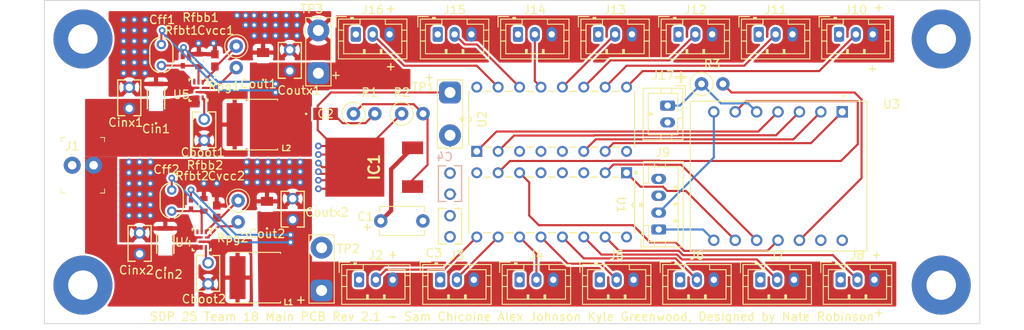
<source format=kicad_pcb>
(kicad_pcb (version 20221018) (generator pcbnew)
  (title_block (title "SDP25 Team18 Main PCB") (date "2024-11-19") (rev "2.1") (company "UMass Amherst") (comment 1 "Designed by Nathan Robinson") (comment 2 "Sam Chicoine") (comment 3 "Alex Johnson") (comment 4 "Kyle Greenwood"))
  (layers (0 "F.Cu" signal) (1 "In1.Cu" power "Power.Cu") (2 "In2.Cu" power "GND.Cu") (31 "B.Cu" signal) (34 "B.Paste" user) (35 "F.Paste" user) (36 "B.SilkS" user "B.Silkscreen") (37 "F.SilkS" user "F.Silkscreen") (38 "B.Mask" user) (39 "F.Mask" user) (44 "Edge.Cuts" user))
  (net 0 "")
  (net 1 "/Vin")
  (net 2 "GND")
  (net 3 "/Vout3")
  (net 4 "Net-(U5-BST)")
  (net 5 "/SW1")
  (net 6 "Net-(U4-BST)")
  (net 7 "/SW2")
  (net 8 "Net-(U5-FB)")
  (net 9 "/Vout2")
  (net 10 "Net-(U4-FB)")
  (net 11 "Net-(U5-VCC)")
  (net 12 "Net-(U4-VCC)")
  (net 13 "Net-(IC1-ADJ)")
  (net 14 "Net-(U1-E)")
  (net 15 "Net-(U1-D)")
  (net 16 "Net-(U1-C)")
  (net 17 "Net-(U1-B)")
  (net 18 "Net-(U1-A)")
  (net 19 "Net-(U1-G)")
  (net 20 "Net-(U1-F)")
  (net 21 "Net-(U2-E)")
  (net 22 "Net-(U2-D)")
  (net 23 "Net-(U2-C)")
  (net 24 "Net-(U2-B)")
  (net 25 "Net-(U2-A)")
  (net 26 "Net-(U2-G)")
  (net 27 "Net-(U2-F)")
  (net 28 "Net-(U3-VCC_3V3)")
  (net 29 "Net-(U3-D4)")
  (net 30 "Net-(U5-SS)")
  (net 31 "Net-(U4-SS)")
  (net 32 "Net-(U1-D1)")
  (net 33 "Net-(U1-D2)")
  (net 34 "Net-(U1-D3)")
  (net 35 "Net-(U1-D0)")
  (net 36 "Net-(U2-D1)")
  (net 37 "Net-(U2-D2)")
  (net 38 "Net-(U2-D3)")
  (net 39 "Net-(U2-D0)")
  (net 40 "Net-(U3-TX_D6)")
  (net 41 "/Vout1")
  (net 42 "Net-(U3-RX_D7)")
  (net 44 "unconnected-(U5-EN-Pad3)")
  (footprint "Connector_JST:JST_PH_B4B-PH-K_1x04_P2.00mm_Vertical" (layer "F.Cu") (at 167.64 92.456 90)
    (fp_text reference "J9")
    (fp_text value "Radar Conn")
  )
  (footprint "VLS6045EX_1R0N:IND_VLS6045EX-1R0N" (layer "F.Cu") (at 119.419 80.01)
    (fp_text reference "L2")
    (fp_text value "1uH")
  )
  (footprint "FG18X7R1H104KNT00:CAP_FG18_TDK" (layer "F.Cu") (at 114.173 98.913 90)
    (fp_text reference "Cboot2")
    (fp_text value "0.1uF")
  )
  (footprint "GRM21BR61A226ME44L:CAP_GRM21B_MUR" (layer "F.Cu") (at 128.1049 78.74)
    (fp_text reference "C2")
    (fp_text value "22uF")
  )
  (footprint "RC0603FR_0730KL:RES_RC0603_YAG" (layer "F.Cu") (at 113.665 89.535 90)
    (fp_text reference "Rfbb2")
    (fp_text value "30k")
  )
  (footprint "digikey-footprints:PinHeader_1x2_P2.54mm_Drill1.02mm" (layer "F.Cu") (at 100.584 84.836 180)
    (fp_text reference "J1")
    (fp_text value "Battery Conn")
  )
  (footprint "RC0603FR_0730KL:RES_RC0603_YAG" (layer "F.Cu") (at 113.069 72.39 90)
    (fp_text reference "Rfbb1")
    (fp_text value "30k")
  )
  (footprint "Connector_JST:JST_PH_B3B-PH-K_1x03_P2.00mm_Vertical" (layer "F.Cu") (at 189.23 98.425)
    (fp_text reference "J8")
    (fp_text value "D1PCB7")
  )
  (footprint "Connector_JST:JST_PH_B3B-PH-K_1x03_P2.00mm_Vertical" (layer "F.Cu") (at 169.99 69.3)
    (fp_text reference "J12")
    (fp_text value "D2PCB3")
  )
  (footprint "Resistor_THT:R_Axial_DIN0207_L6.3mm_D2.5mm_P2.54mm_Vertical" (layer "F.Cu") (at 172.72 75.184)
    (fp_text reference "R3")
    (fp_text value "R")
  )
  (footprint "C3216X5R1E336M160AC:CAP_3216_TDK" (layer "F.Cu") (at 109.093 94.107 90)
    (fp_text reference "Cin2")
    (fp_text value "33uF")
  )
  (footprint "Resistor_THT:R_Axial_DIN0207_L6.3mm_D2.5mm_P2.54mm_Vertical" (layer "F.Cu") (at 137.1346 78.7146)
    (fp_text reference "R2")
    (fp_text value "56" hide)
  )
  (footprint "FG18X7R1H104KNT00:CAP_FG18_TDK" (layer "F.Cu") (at 123.864 73.64 90)
    (fp_text reference "Coutx1")
    (fp_text value "0.1uF")
  )
  (footprint "Connector_JST:JST_PH_B3B-PH-K_1x03_P2.00mm_Vertical" (layer "F.Cu") (at 151.13 98.425)
    (fp_text reference "J4")
    (fp_text value "D1PCB3")
  )
  (footprint "MountingHole:MountingHole_3.5mm_Pad" (layer "F.Cu") (at 201.168 69.85)
    (fp_text reference "REF**" hide)
    (fp_text value "MountingHole_3.5mm_Pad")
  )
  (footprint "CD74HCT4511E:N16" (layer "F.Cu") (at 146.05 93.345 -90)
    (fp_text reference "U1")
    (fp_text value "BCD-To-7 2" hide)
  )
  (footprint "EMK107B7105KA_T:cap_UMK107ABJ474KA-T_TAY" (layer "F.Cu") (at 115.189 90.3351 90)
    (fp_text reference "Cvcc2")
    (fp_text value "1uF")
  )
  (footprint "FG18X7R1H104KNT00:CAP_FG18_TDK" (layer "F.Cu") (at 106.045 95.357 90)
    (fp_text reference "Cinx2")
    (fp_text value "0.1uF")
  )
  (footprint "GRM21BR61A226ME44L:CAP_GRM21B_MUR" (layer "F.Cu") (at 121.158 90.043 90)
    (fp_text reference "Cout2")
    (fp_text value "22uF")
  )
  (footprint "Resistor_THT:R_Axial_DIN0207_L6.3mm_D2.5mm_P2.54mm_Vertical" (layer "F.Cu") (at 131.4196 78.7146)
    (fp_text reference "R1")
    (fp_text value "150" hide)
  )
  (footprint "Connector_JST:JST_PH_B3B-PH-K_1x03_P2.00mm_Vertical" (layer "F.Cu") (at 189.04 69.3)
    (fp_text reference "J10")
    (fp_text value "D2PCB1")
  )
  (footprint "TestPoint:TestPoint_2Pads_Pitch5.08mm_Drill1.3mm" (layer "F.Cu") (at 127.635 99.695 90)
    (fp_text reference "TP2")
    (fp_text value "TP 2.5V" hide)
  )
  (footprint "TestPoint:TestPoint_2Pads_Pitch5.08mm_Drill1.3mm" (layer "F.Cu") (at 142.875 76.2 -90)
    (fp_text reference "TP1")
    (fp_text value "TP 5V" hide)
  )
  (footprint "MountingHole:MountingHole_3.5mm_Pad" (layer "F.Cu") (at 99.314 99.06)
    (fp_text reference "REF**" hide)
    (fp_text value "MountingHole_3.5mm_Pad")
  )
  (footprint "AZ1084CDADJTRG1:AZ1084CDADJTRG1" (layer "F.Cu") (at 133.88 85.0646 90)
    (fp_text reference "IC1")
    (fp_text value "5V Voltage Reg." hide)
  )
  (footprint "Connector_JST:JST_PH_B3B-PH-K_1x03_P2.00mm_Vertical" (layer "F.Cu") (at 170.18 98.425)
    (fp_text reference "J6")
    (fp_text value "D1PCB5")
  )
  (footprint "Connector_JST:JST_PH_B2B-PH-K_1x02_P2.00mm_Vertical" (layer "F.Cu") (at 168.698 77.756 -90)
    (fp_text reference "J17")
    (fp_text value "Setup Connector")
  )
  (footprint "Capacitor_THT:C_Disc_D5.1mm_W3.2mm_P5.00mm" (layer "F.Cu") (at 134.66 91.44)
    (fp_text reference "C1")
    (fp_text value "10uF" hide)
  )
  (footprint "C3216X5R1E336M160AC:CAP_3216_TDK" (layer "F.Cu") (at 107.989 76.962 90)
    (fp_text reference "Cin1")
    (fp_text value "33uF")
  )
  (footprint "CD74HCT4511E:N16" (layer "F.Cu") (at 163.83 75.565 90)
    (fp_text reference "U2")
    (fp_text value "BCD-TO-7 1" hide)
  )
  (footprint "FA18C0G1H150JNU00:CAP_FA18_TDK" (layer "F.Cu") (at 108.624 71.755 -90)
    (fp_text reference "Cff1")
    (fp_text value "15pF")
  )
  (footprint "FA18C0G1H150JNU00:CAP_FA18_TDK" (layer "F.Cu") (at 109.855 89.027 -90)
    (fp_text reference "Cff2")
    (fp_text value "15pF")
  )
  (footprint "FG18X7R1H104KNT00:CAP_FG18_TDK" (layer "F.Cu") (at 113.704 81.875 90)
    (fp_text reference "Cboot1")
    (fp_text value "0.1uF")
  )
  (footprint "MountingHole:MountingHole_3.5mm_Pad" (layer "F.Cu") (at 201.168 99.06)
    (fp_text reference "REF**" hide)
    (fp_text value "MountingHole_3.5mm_Pad")
  )
  (footprint "EMK107B7105KA_T:cap_UMK107ABJ474KA-T_TAY" (layer "F.Cu") (at 114.974 72.39 90)
    (fp_text reference "Cvcc1")
    (fp_text value "1uF")
  )
  (footprint "Connector_JST:JST_PH_B3B-PH-K_1x03_P2.00mm_Vertical" (layer "F.Cu") (at 132.08 98.425)
    (fp_text reference "J2")
    (fp_text value "D1PCB1")
  )
  (footprint "Resistor_THT:R_Axial_DIN0207_L6.3mm_D2.5mm_P2.54mm_Vertical" (layer "F.Cu") (at 117.729 89.027 -90)
    (fp_text reference "Rpg2")
    (fp_text value "100k" hide)
  )
  (footprint "TestPoint:TestPoint_2Pads_Pitch5.08mm_Drill1.3mm" (layer "F.Cu") (at 127.254 73.914 90)
    (fp_text reference "TP3")
    (fp_text value "TP 2.5V" hide)
  )
  (footprint "Connector_JST:JST_PH_B3B-PH-K_1x03_P2.00mm_Vertical" (layer "F.Cu") (at 150.94 69.3)
    (fp_text reference "J14")
    (fp_text value "D2PCB5")
  )
  (footprint "FG18X7R1H104KNT00:CAP_FG18_TDK" (layer "F.Cu") (at 124.206 91.293 90)
    (fp_text reference "Coutx2")
    (fp_text value "0.1uF")
  )
  (footprint "Resistor_THT:R_Axial_DIN0207_L6.3mm_D2.5mm_P2.54mm_Vertical" (layer "F.Cu") (at 117.514 70.71 -90)
    (fp_text reference "Rpg1")
    (fp_text value "100k")
  )
  (footprint "Connector_JST:JST_PH_B3B-PH-K_1x03_P2.00mm_Vertical" (layer "F.Cu") (at 179.705 98.425)
    (fp_text reference "J7")
    (fp_text value "D1PCB6")
  )
  (footprint "TPS566238PRQFR:RQF0009A" (layer "F.Cu") (at 113.029 75.909998 -90)
    (fp_text reference "U5")
    (fp_text value "TPS566238PRQFR")
  )
  (footprint "FG18X7R1H104KNT00:CAP_FG18_TDK" (layer "F.Cu") (at 104.814 78.085 90)
    (fp_text reference "Cinx1")
    (fp_text value "0.1uF")
  )
  (footprint "CRCW040295K3FKED:RC0402N_VIS" (layer "F.Cu") (at 112.141 89.490201 -90)
    (fp_text reference "Rfbt2")
    (fp_text value "95.3k")
  )
  (footprint "113991054:MODULE_113991054" (layer "F.Cu") (at 181.864 86.1195 -90)
    (fp_text reference "U3")
    (fp_text value "XIAO ESP32C3" hide)
  )
  (footprint "MountingHole:MountingHole_3.5mm_Pad" (layer "F.Cu") (at 99.314 69.85)
    (fp_text reference "REF**" hide)
    (fp_text value "MountingHole_3.5mm_Pad")
  )
  (footprint "Connector_JST:JST_PH_B3B-PH-K_1x03_P2.00mm_Vertical" (layer "F.Cu") (at 160.465 69.3)
    (fp_text reference "J13")
    (fp_text value "D2PCB4" hide)
  )
  (footprint "TPS566238PRQFR:RQF0009A" (layer "F.Cu") (at 113.402999 93.657001 -90)
    (fp_text reference "U4")
    (fp_text value "TPS566238PRQFR")
  )
  (footprint "CRCW040295K3FKED:RC0402N_VIS" (layer "F.Cu") (at 111.164 72.472201 -90)
    (fp_text reference "Rfbt1")
    (fp_text value "95.3k")
  )
  (footprint "Connector_JST:JST_PH_B3B-PH-K_1x03_P2.00mm_Vertical" (layer "F.Cu") (at 141.415 69.3)
    (fp_text reference "J15")
    (fp_text value "D2PCB6")
  )
  (footprint "VLS6045EX_1R0N:IND_VLS6045EX-1R0N" (layer "F.Cu") (at 119.761 98.171)
    (fp_text reference "L1")
    (fp_text value "1uH")
  )
  (footprint "FG18X7R1H104KNT00:CAP_FG18_TDK" (layer "F.Cu") (at 142.875 93.325 90)
    (fp_text reference "C3")
    (fp_text value "0.1uF" hide)
  )
  (footprint "Connector_JST:JST_PH_B3B-PH-K_1x03_P2.00mm_Vertical" (layer "F.Cu") (at 131.7 69.3)
    (fp_text reference "J16")
    (fp_text value "D2PCB7")
  )
  (footprint "GRM21BR61A226ME44L:CAP_GRM21B_MUR" (layer "F.Cu") (at 120.689 72.39 90)
    (fp_text reference "Cout1")
    (fp_text value "22uF")
  )
  (footprint "Connector_JST:JST_PH_B3B-PH-K_1x03_P2.00mm_Vertical" (layer "F.Cu") (at 141.7 98.425)
    (fp_text reference "J3")
    (fp_text value "D1PCB2")
  )
  (footprint "Connector_JST:JST_PH_B3B-PH-K_1x03_P2.00mm_Vertical" (layer "F.Cu") (at 179.515 69.3)
    (fp_text reference "J11")
    (fp_text value "D2PCB2")
  )
  (footprint "Connector_JST:JST_PH_B3B-PH-K_1x03_P2.00mm_Vertical" (layer "F.Cu") (at 160.655 98.425)
    (fp_text reference "J5")
    (fp_text value "D1PCB4")
  )
  (footprint "FG18X7R1H104KNT00:CAP_FG18_TDK" (layer "B.Cu") (at 142.875 85.765 -90)
    (fp_text reference "C4")
    (fp_text value "0.1uF" hide)
  )
  (gr_rect (start 94.742 65.278) (end 205.74 103.632) (stroke (width 0.1)) (fill none) (layer "Edge.Cuts"))
  (gr_text "+" (at 135.128 73.66) (layer "F.SilkS") (effects (font (size 1 1)) (justify left bottom)))
  (gr_text "+" (at 135.382 96.012) (layer "F.SilkS") (effects (font (size 1 1)) (justify left bottom)))
  (gr_text "+" (at 192.786 96.012) (layer "F.SilkS") (effects (font (size 1 1)) (justify left bottom)))
  (gr_text "+" (at 193.04 102.87) (layer "F.SilkS") (effects (font (size 1 1)) (justify left bottom)))
  (gr_text "+" (at 169.164 75.184) (layer "F.SilkS") (effects (font (size 1.5 1.5) (thickness 0.3) bold) (justify left bottom)))
  (gr_text "+" (at 193.04 66.675) (layer "F.SilkS") (effects (font (size 1 1)) (justify left bottom)))
  (gr_text "+" (at 124.46 101.346) (layer "F.SilkS") (effects (font (size 1 1)) (justify left bottom)))
  (gr_text "+" (at 130.048 73.66 180) (layer "F.SilkS") (effects (font (size 1 1)) (justify left bottom)))
  (gr_text "+" (at 132.334 92.71) (layer "F.SilkS") (effects (font (size 1 1)) (justify left bottom)))
  (gr_text "SDP 25 Team 18 Main PCB Rev 2.1 - Sam Chicoine Alex Johnson Kyle Greenwood, Designed by Nate Robinson" (at 107.188 103.378) (layer "F.SilkS") (effects (font (size 1 1)) (justify left bottom)))
  (gr_text "+" (at 192.278 73.914) (layer "F.SilkS") (effects (font (size 1 1)) (justify left bottom)))
  (gr_text "+" (at 139.7 74.93) (layer "F.SilkS") (effects (font (size 1 1)) (justify left bottom)))
  (gr_text "+" (at 135.128 66.802) (layer "F.SilkS") (effects (font (size 1 1)) (justify left bottom)))
  (segment (start 138.43 82.7646) (end 135.89 85.3046) (width 0.508) (layer "F.Cu") (net 1))
  (segment (start 135.89 90.21) (end 134.66 91.44) (width 0.508) (layer "F.Cu") (net 1))
  (segment (start 135.89 85.3046) (end 135.89 90.21) (width 0.508) (layer "F.Cu") (net 1))
  (segment (start 114.974 70.524) (end 114.808 70.358) (width 0.25) (layer "F.Cu") (net 2))
  (segment (start 113.665 88.7857) (end 113.665 86.995) (width 0.25) (layer "F.Cu") (net 2))
  (segment (start 113.069 70.397) (end 113.03 70.358) (width 0.25) (layer "F.Cu") (net 2))
  (segment (start 132.8346 79.8396) (end 133.9596 78.7146) (width 0.25) (layer "F.Cu") (net 2))
  (segment (start 130.1316 79.8396) (end 132.8346 79.8396) (width 0.25) (layer "F.Cu") (net 2))
  (segment (start 114.974 71.6661) (end 114.974 70.524) (width 0.25) (layer "F.Cu") (net 2))
  (segment (start 129.032 78.74) (end 130.1316 79.8396) (width 0.25) (layer "F.Cu") (net 2))
  (segment (start 115.189 89.6112) (end 115.189 86.995) (width 0.25) (layer "F.Cu") (net 2))
  (segment (start 113.069 71.6407) (end 113.069 70.397) (width 0.25) (layer "F.Cu") (net 2))
  (via (at 122.174 67.056) (size 0.8) (drill 0.4) (layers "F.Cu" "B.Cu") (net 2))
  (via (at 113.03 70.358) (size 0.8) (drill 0.4) (layers "F.Cu" "B.Cu") (net 2))
  (via (at 105.41 71.374) (size 0.8) (drill 0.4) (layers "F.Cu" "B.Cu") (net 2))
  (via (at 124.714 67.056) (size 0.8) (drill 0.4) (layers "F.Cu" "B.Cu") (net 2))
  (via (at 123.825 85.598) (size 0.8) (drill 0.4) (layers "F.Cu" "B.Cu") (net 2))
  (via (at 119.634 69.469) (size 0.8) (drill 0.4) (layers "F.Cu" "B.Cu") (net 2))
  (via (at 118.745 85.598) (size 0.8) (drill 0.4) (layers "F.Cu" "B.Cu") (net 2))
  (via (at 106.68 72.644) (size 0.8) (drill 0.4) (layers "F.Cu" "B.Cu") (net 2))
  (via (at 106.045 84.455) (size 0.8) (drill 0.4) (layers "F.Cu" "B.Cu") (net 2))
  (via (at 104.775 88.265) (size 0.8) (drill 0.4) (layers "F.Cu" "B.Cu") (net 2))
  (via (at 118.618 68.199) (size 0.8) (drill 0.4) (layers "F.Cu" "B.Cu") (net 2))
  (via (at 104.14 71.374) (size 0.8) (drill 0.4) (layers "F.Cu" "B.Cu") (net 2))
  (via (at 125.095 85.598) (size 0.8) (drill 0.4) (layers "F.Cu" "B.Cu") (net 2))
  (via (at 104.14 70.104) (size 0.8) (drill 0.4) (layers "F.Cu" "B.Cu") (net 2))
  (via (at 121.285 86.868) (size 0.8) (drill 0.4) (layers "F.Cu" "B.Cu") (net 2))
  (via (at 122.174 69.469) (size 0.8) (drill 0.4) (layers "F.Cu" "B.Cu") (net 2))
  (via (at 105.41 68.834) (size 0.8) (drill 0.4) (layers "F.Cu" "B.Cu") (net 2))
  (via (at 107.315 88.265) (size 0.8) (drill 0.4) (layers "F.Cu" "B.Cu") (net 2))
  (via (at 105.41 67.564) (size 0.8) (drill 0.4) (layers "F.Cu" "B.Cu") (net 2))
  (via (at 104.775 86.995) (size 0.8) (drill 0.4) (layers "F.Cu" "B.Cu") (net 2))
  (via (at 123.825 86.868) (size 0.8) (drill 0.4) (layers "F.Cu" "B.Cu") (net 2))
  (via (at 104.775 85.725) (size 0.8) (drill 0.4) (layers "F.Cu" "B.Cu") (net 2))
  (via (at 106.68 68.834) (size 0.8) (drill 0.4) (layers "F.Cu" "B.Cu") (net 2))
  (via (at 121.285 85.598) (size 0.8) (drill 0.4) (layers "F.Cu" "B.Cu") (net 2))
  (via (at 114.808 70.358) (size 0.8) (drill 0.4) (layers "F.Cu" "B.Cu") (net 2))
  (via (at 104.14 68.834) (size 0.8) (drill 0.4) (layers "F.Cu" "B.Cu") (net 2))
  (via (at 106.68 73.914) (size 0.8) (drill 0.4) (layers "F.Cu" "B.Cu") (net 2))
  (via (at 107.315 89.535) (size 0.8) (drill 0.4) (layers "F.Cu" "B.Cu") (net 2))
  (via (at 120.015 85.598) (size 0.8) (drill 0.4) (layers "F.Cu" "B.Cu") (net 2))
  (via (at 124.714 68.199) (size 0.8) (drill 0.4) (layers "F.Cu" "B.Cu") (net 2))
  (via (at 106.68 67.564) (size 0.8) (drill 0.4) (layers "F.Cu" "B.Cu") (net 2))
  (via (at 120.904 67.056) (size 0.8) (drill 0.4) (layers "F.Cu" "B.Cu") (net 2))
  (via (at 104.14 72.644) (size 0.8) (drill 0.4) (layers "F.Cu" "B.Cu") (net 2))
  (via (at 122.555 85.598) (size 0.8) (drill 0.4) (layers "F.Cu" "B.Cu") (net 2))
  (via (at 122.555 84.455) (size 0.8) (drill 0.4) (layers "F.Cu" "B.Cu") (net 2))
  (via (at 118.745 86.868) (size 0.8) (drill 0.4) (layers "F.Cu" "B.Cu") (net 2))
  (via (at 106.68 71.374) (size 0.8) (drill 0.4) (layers "F.Cu" "B.Cu") (net 2))
  (via (at 122.555 86.868) (size 0.8) (drill 0.4) (layers "F.Cu" "B.Cu") (net 2))
  (via (at 118.618 67.056) (size 0.8) (drill 0.4) (layers "F.Cu" "B.Cu") (net 2))
  (via (at 104.775 90.805) (size 0.8) (drill 0.4) (layers "F.Cu" "B.Cu") (net 2))
  (via (at 105.41 73.914) (size 0.8) (drill 0.4) (layers "F.Cu" "B.Cu") (net 2))
  (via (at 123.444 68.199) (size 0.8) (drill 0.4) (layers "F.Cu" "B.Cu") (net 2))
  (via (at 107.315 84.455) (size 0.8) (drill 0.4) (layers "F.Cu" "B.Cu") (net 2))
  (via (at 124.714 69.469) (size 0.8) (drill 0.4) (layers "F.Cu" "B.Cu") (net 2))
  (via (at 107.315 85.725) (size 0.8) (drill 0.4) (layers "F.Cu" "B.Cu") (net 2))
  (via (at 106.68 70.104) (size 0.8) (drill 0.4) (layers "F.Cu" "B.Cu") (net 2))
  (via (at 106.045 90.805) (size 0.8) (drill 0.4) (layers "F.Cu" "B.Cu") (net 2))
  (via (at 119.634 68.199) (size 0.8) (drill 0.4) (layers "F.Cu" "B.Cu") (net 2))
  (via (at 123.444 69.469) (size 0.8) (drill 0.4) (layers "F.Cu" "B.Cu") (net 2))
  (via (at 125.095 86.868) (size 0.8) (drill 0.4) (layers "F.Cu" "B.Cu") (net 2))
  (via (at 121.285 84.455) (size 0.8) (drill 0.4) (layers "F.Cu" "B.Cu") (net 2))
  (via (at 104.14 73.914) (size 0.8) (drill 0.4) (layers "F.Cu" "B.Cu") (net 2))
  (via (at 106.045 85.725) (size 0.8) (drill 0.4) (layers "F.Cu" "B.Cu") (net 2))
  (via (at 104.14 67.564) (size 0.8) (drill 0.4) (layers "F.Cu" "B.Cu") (net 2))
  (via (at 120.015 84.455) (size 0.8) (drill 0.4) (layers "F.Cu" "B.Cu") (net 2))
  (via (at 105.41 70.104) (size 0.8) (drill 0.4) (layers "F.Cu" "B.Cu") (net 2))
  (via (at 118.745 84.455) (size 0.8) (drill 0.4) (layers "F.Cu" "B.Cu") (net 2))
  (via (at 117.602 67.056) (size 0.8) (drill 0.4) (layers "F.Cu" "B.Cu") (net 2))
  (via (at 107.315 90.805) (size 0.8) (drill 0.4) (layers "F.Cu" "B.Cu") (net 2))
  (via (at 115.189 86.995) (size 0.8) (drill 0.4) (layers "F.Cu" "B.Cu") (net 2))
  (via (at 106.045 89.535) (size 0.8) (drill 0.4) (layers "F.Cu" "B.Cu") (net 2))
  (via (at 119.634 67.056) (size 0.8) (drill 0.4) (layers "F.Cu" "B.Cu") (net 2))
  (via (at 105.41 72.644) (size 0.8) (drill 0.4) (layers "F.Cu" "B.Cu") (net 2))
  (via (at 120.904 69.469) (size 0.8) (drill 0.4) (layers "F.Cu" "B.Cu") (net 2))
  (via (at 113.665 86.995) (size 0.8) (drill 0.4) (layers "F.Cu" "B.Cu") (net 2))
  (via (at 107.315 86.995) (size 0.8) (drill 0.4) (layers "F.Cu" "B.Cu") (net 2))
  (via (at 104.775 89.535) (size 0.8) (drill 0.4) (layers "F.Cu" "B.Cu") (net 2))
  (via (at 104.775 84.455) (size 0.8) (drill 0.4) (layers "F.Cu" "B.Cu") (net 2))
  (via (at 106.045 86.995) (size 0.8) (drill 0.4) (layers "F.Cu" "B.Cu") (net 2))
  (via (at 123.444 67.056) (size 0.8) (drill 0.4) (layers "F.Cu" "B.Cu") (net 2))
  (via (at 120.904 68.199) (size 0.8) (drill 0.4) (layers "F.Cu" "B.Cu") (net 2))
  (via (at 122.174 68.199) (size 0.8) (drill 0.4) (layers "F.Cu" "B.Cu") (net 2))
  (via (at 123.825 84.455) (size 0.8) (drill 0.4) (layers "F.Cu" "B.Cu") (net 2))
  (via (at 120.015 86.868) (size 0.8) (drill 0.4) (layers "F.Cu" "B.Cu") (net 2))
  (via (at 106.045 88.265) (size 0.8) (drill 0.4) (layers "F.Cu" "B.Cu") (net 2))
  (via (at 125.095 84.455) (size 0.8) (drill 0.4) (layers "F.Cu" "B.Cu") (net 2))
  (segment (start 142.875 81.28) (end 142.875 82.55) (width 0.25) (layer "B.Cu") (net 2))
  (segment (start 143.51 88.265) (end 142.875 88.265) (width 0.25) (layer "B.Cu") (net 2))
  (segment (start 170.16 69.87) (end 170.18 69.85) (width 0.25) (layer "B.Cu") (net 2))
  (segment (start 131.7 69.595) (end 131.7 69.3) (width 0.25) (layer "B.Cu") (net 2))
  (segment (start 139.7 91.44) (end 139.66 91.44) (width 0.25) (layer "B.Cu") (net 2))
  (segment (start 127.1778 78.74) (end 127.1778 80.6624) (width 0.25) (layer "F.Cu") (net 3))
  (segment (start 128.7439 76.2) (end 142.875 76.2) (width 0.25) (layer "F.Cu") (net 3))
  (segment (start 129.0654 82.55) (end 127.254 82.55) (width 0.25) (layer "F.Cu") (net 3))
  (segment (start 130.8434 84.328) (end 131.58 85.0646) (width 0.25) (layer "F.Cu") (net 3))
  (segment (start 127.254 84.582) (end 127.7366 85.0646) (width 0.25) (layer "F.Cu") (net 3))
  (segment (start 130.0306 86.614) (end 131.58 85.0646) (width 0.25) (layer "F.Cu") (net 3))
  (segment (start 131.58 85.0646) (end 130.0814 83.566) (width 0.25) (layer "F.Cu") (net 3))
  (segment (start 127.254 86.614) (end 130.0306 86.614) (width 0.25) (layer "F.Cu") (net 3))
  (segment (start 137.1346 78.7146) (end 130.7846 85.0646) (width 0.25) (layer "F.Cu") (net 3))
  (segment (start 142.875 76.2) (end 143.51 76.835) (width 0.25) (layer "F.Cu") (net 3))
  (segment (start 127.254 85.598) (end 127.508 85.852) (width 0.25) (layer "F.Cu") (net 3))
  (segment (start 130.0814 83.566) (end 127.254 83.566) (width 0.25) (layer "F.Cu") (net 3))
  (segment (start 127.7366 85.0646) (end 131.58 85.0646) (width 0.25) (layer "F.Cu") (net 3))
  (segment (start 131.58 85.0646) (end 129.0654 82.55) (width 0.25) (layer "F.Cu") (net 3))
  (segment (start 127.508 85.852) (end 130.7926 85.852) (width 0.25) (layer "F.Cu") (net 3))
  (segment (start 130.7926 85.852) (end 131.58 85.0646) (width 0.25) (layer "F.Cu") (net 3))
  (segment (start 127.1778 78.74) (end 127.1778 77.7661) (width 0.25) (layer "F.Cu") (net 3))
  (segment (start 127.1778 77.7661) (end 128.7439 76.2) (width 0.25) (layer "F.Cu") (net 3))
  (segment (start 127.254 87.63) (end 129.0146 87.63) (width 0.25) (layer "F.Cu") (net 3))
  (segment (start 129.0146 87.63) (end 131.58 85.0646) (width 0.25) (layer "F.Cu") (net 3))
  (segment (start 127.1778 80.6624) (end 131.58 85.0646) (width 0.25) (layer "F.Cu") (net 3))
  (via (at 127.254 85.598) (size 0.8) (drill 0.4) (layers "F.Cu" "B.Cu") (net 3))
  (via (at 127.254 83.566) (size 0.8) (drill 0.4) (layers "F.Cu" "B.Cu") (net 3))
  (via (at 127.254 86.614) (size 0.8) (drill 0.4) (layers "F.Cu" "B.Cu") (net 3))
  (via (at 127.254 87.63) (size 0.8) (drill 0.4) (layers "F.Cu" "B.Cu") (net 3))
  (via (at 127.254 84.582) (size 0.8) (drill 0.4) (layers "F.Cu" "B.Cu") (net 3))
  (via (at 127.254 82.55) (size 0.8) (drill 0.4) (layers "F.Cu" "B.Cu") (net 3))
  (segment (start 113.704 79.375) (end 113.704 77.009998) (width 0.25) (layer "F.Cu") (net 4))
  (segment (start 113.704 77.009998) (end 113.529002 76.835) (width 0.25) (layer "F.Cu") (net 4))
  (segment (start 113.907002 94.582003) (end 113.907002 96.147002) (width 0.25) (layer "F.Cu") (net 6))
  (segment (start 113.907002 96.147002) (end 114.173 96.413) (width 0.25) (layer "F.Cu") (net 6))
  (segment (start 113.029003 74.985001) (end 113.029003 73.179297) (width 0.25) (layer "F.Cu") (net 8))
  (segment (start 111.164 73.025) (end 112.9547 73.025) (width 0.25) (layer "F.Cu") (net 8))
  (segment (start 111.144 73.005) (end 111.164 73.025) (width 0.25) (layer "F.Cu") (net 8))
  (segment (start 108.624 73.005) (end 111.144 73.005) (width 0.25) (layer "F.Cu") (net 8))
  (segment (start 113.029003 73.179297) (end 113.069 73.1393) (width 0.25) (layer "F.Cu") (net 8))
  (segment (start 112.9547 73.025) (end 113.069 73.1393) (width 0.25) (layer "F.Cu") (net 8))
  (segment (start 111.164 70.954) (end 111.252 70.866) (width 0.25) (layer "F.Cu") (net 9))
  (segment (start 111.164 71.919402) (end 111.164 70.954) (width 0.25) (layer "F.Cu") (net 9))
  (segment (start 108.624 68.922) (end 108.712 68.834) (width 0.25) (layer "F.Cu") (net 9))
  (segment (start 108.624 70.505) (end 108.624 68.922) (width 0.25) (layer "F.Cu") (net 9))
  (via (at 111.252 70.866) (size 0.8) (drill 0.4) (layers "F.Cu" "B.Cu") (net 9))
  (via (at 108.712 68.834) (size 0.8) (drill 0.4) (layers "F.Cu" "B.Cu") (net 9))
  (via (at 122.174 76.2) (size 0.8) (drill 0.4) (layers "F.Cu" "B.Cu") (net 9))
  (via (at 122.174 75.184) (size 0.8) (drill 0.4) (layers "F.Cu" "B.Cu") (net 9))
  (segment (start 121.92 74.93) (end 122.174 75.184) (width 0.25) (layer "B.Cu") (net 9))
  (segment (start 115.57 75.946) (end 121.92 75.946) (width 0.25) (layer "B.Cu") (net 9))
  (segment (start 121.92 75.946) (end 122.174 76.2) (width 0.25) (layer "B.Cu") (net 9))
  (segment (start 108.712 68.834) (end 108.712 69.088) (width 0.25) (layer "B.Cu") (net 9))
  (segment (start 108.712 69.088) (end 115.57 75.946) (width 0.25) (layer "B.Cu") (net 9))
  (segment (start 115.316 74.93) (end 121.92 74.93) (width 0.25) (layer "B.Cu") (net 9))
  (segment (start 111.252 70.866) (end 115.316 74.93) (width 0.25) (layer "B.Cu") (net 9))
  (segment (start 113.407003 92.732004) (end 113.407003 90.542297) (width 0.25) (layer "F.Cu") (net 10))
  (segment (start 113.407003 90.542297) (end 113.665 90.2843) (width 0.25) (layer "F.Cu") (net 10))
  (segment (start 112.3823 90.2843) (end 112.141 90.043) (width 0.25) (layer "F.Cu") (net 10))
  (segment (start 109.855 90.277) (end 111.907 90.277) (width 0.25) (layer "F.Cu") (net 10))
  (segment (start 113.665 90.2843) (end 112.3823 90.2843) (width 0.25) (layer "F.Cu") (net 10))
  (segment (start 112.141 90.043) (end 112.391003 90.293003) (width 0.25) (layer "F.Cu") (net 10))
  (segment (start 111.907 90.277) (end 112.141 90.043) (width 0.25) (layer "F.Cu") (net 10))
  (segment (start 114.974 73.540003) (end 113.529002 74.985001) (width 0.25) (layer "F.Cu") (net 11))
  (segment (start 114.974 73.1139) (end 114.974 73.540003) (width 0.25) (layer "F.Cu") (net 11))
  (segment (start 115.1101 73.1139) (end 117.514 70.71) (width 0.25) (layer "F.Cu") (net 11))
  (segment (start 114.974 73.1139) (end 115.1101 73.1139) (width 0.25) (layer "F.Cu") (net 11))
  (segment (start 115.189 91.059) (end 115.697 91.059) (width 0.25) (layer "F.Cu") (net 12))
  (segment (start 115.189 91.059) (end 115.189 91.450006) (width 0.25) (layer "F.Cu") (net 12))
  (segment (start 115.697 91.059) (end 117.729 89.027) (width 0.25) (layer "F.Cu") (net 12))
  (segment (start 115.189 91.450006) (end 113.907002 92.732004) (width 0.25) (layer "F.Cu") (net 12))
  (segment (start 140.208 84.7912) (end 140.208 79.248) (width 0.25) (layer "F.Cu") (net 13))
  (segment (start 137.6346 87.3646) (end 140.208 84.7912) (width 0.25) (layer "F.Cu") (net 13))
  (segment (start 138.5496 77.5896) (end 139.6746 78.7146) (width 0.25) (layer "F.Cu") (net 13))
  (segment (start 131.4196 78.7146) (end 132.5446 77.5896) (width 0.25) (layer "F.Cu") (net 13))
  (segment (start 132.5446 77.5896) (end 138.5496 77.5896) (width 0.25) (layer "F.Cu") (net 13))
  (segment (start 140.208 79.248) (end 139.6746 78.7146) (width 0.25) (layer "F.Cu") (net 13))
  (segment (start 135.28 97.225) (end 134.08 98.425) (width 0.25) (layer "F.Cu") (net 14))
  (segment (start 146.05 93.345) (end 142.17 97.225) (width 0.25) (layer "F.Cu") (net 14))
  (segment (start 142.17 97.225) (end 135.28 97.225) (width 0.25) (layer "F.Cu") (net 14))
  (segment (start 143.7 98.235) (end 148.59 93.345) (width 0.25) (layer "F.Cu") (net 15))
  (segment (start 143.7 98.425) (end 143.7 98.235) (width 0.25) (layer "F.Cu") (net 15))
  (segment (start 153.13 95.345) (end 151.13 93.345) (width 0.25) (layer "F.Cu") (net 16))
  (segment (start 153.13 98.425) (end 153.13 95.345) (width 0.25) (layer "F.Cu") (net 16))
  (segment (start 156.845 96.52) (end 160.75 96.52) (width 0.25) (layer "F.Cu") (net 17))
  (segment (start 162.655 98.33) (end 162.655 98.425) (width 0.25) (layer "F.Cu") (net 17))
  (segment (start 153.67 93.345) (end 156.845 96.52) (width 0.25) (layer "F.Cu") (net 17))
  (segment (start 160.75 96.52) (end 162.655 98.425) (width 0.25) (layer "F.Cu") (net 17))
  (segment (start 158.75 95.885) (end 169.64 95.885) (width 0.25) (layer "F.Cu") (net 18))
  (segment (start 156.21 93.345) (end 158.75 95.885) (width 0.25) (layer "F.Cu") (net 18))
  (segment (start 169.64 95.885) (end 172.18 98.425) (width 0.25) (layer "F.Cu") (net 18))
  (segment (start 170.403396 96.012) (end 179.292 96.012) (width 0.25) (layer "F.Cu") (net 19))
  (segment (start 160.84 95.435) (end 169.826396 95.435) (width 0.25) (layer "F.Cu") (net 19))
  (segment (start 169.826396 95.435) (end 170.403396 96.012) (width 0.25) (layer "F.Cu") (net 19))
  (segment (start 179.292 96.012) (end 181.705 98.425) (width 0.25) (layer "F.Cu") (net 19))
  (segment (start 158.75 93.345) (end 160.84 95.435) (width 0.25) (layer "F.Cu") (net 19))
  (segment (start 170.012792 94.985) (end 170.531792 95.504) (width 0.25) (layer "F.Cu") (net 20))
  (segment (start 161.29 93.345) (end 162.93 94.985) (width 0.25) (layer "F.Cu") (net 20))
  (segment (start 188.309 95.504) (end 191.23 98.425) (width 0.25) (layer "F.Cu") (net 20))
  (segment (start 170.531792 95.504) (end 188.309 95.504) (width 0.25) (layer "F.Cu") (net 20))
  (segment (start 162.93 94.985) (end 170.012792 94.985) (width 0.25) (layer "F.Cu") (net 20))
  (segment (start 186.68 73.66) (end 191.04 69.3) (width 0.25) (layer "F.Cu") (net 21))
  (segment (start 165.735 73.66) (end 186.68 73.66) (width 0.25) (layer "F.Cu") (net 21))
  (segment (start 163.83 75.565) (end 165.735 73.66) (width 0.25) (layer "F.Cu") (net 21))
  (segment (start 161.29 75.565) (end 163.83 73.025) (width 0.25) (layer "F.Cu") (net 22))
  (segment (start 177.79 73.025) (end 181.515 69.3) (width 0.25) (layer "F.Cu") (net 22))
  (segment (start 163.83 73.025) (end 177.79 73.025) (width 0.25) (layer "F.Cu") (net 22))
  (segment (start 158.75 75.565) (end 161.925 72.39) (width 0.25) (layer "F.Cu") (net 23))
  (segment (start 168.9 72.39) (end 171.99 69.3) (width 0.25) (layer "F.Cu") (net 23))
  (segment (start 161.925 72.39) (end 168.9 72.39) (width 0.25) (layer "F.Cu") (net 23))
  (segment (start 162.465 69.31) (end 162.465 69.3) (width 0.25) (layer "F.Cu") (net 24))
  (segment (start 156.21 75.565) (end 162.465 69.31) (width 0.25) (layer "F.Cu") (net 24))
  (segment (start 152.94 74.835) (end 153.67 75.565) (width 0.25) (layer "F.Cu") (net 25))
  (segment (start 152.94 69.3) (end 152.94 74.835) (width 0.25) (layer "F.Cu") (net 25))
  (segment (start 143.415 69.3) (end 144.615 70.5) (width 0.25) (layer "F.Cu") (net 26))
  (segment (start 146.065 70.5) (end 151.13 75.565) (width 0.25) (layer "F.Cu") (net 26))
  (segment (start 144.615 70.5) (end 146.065 70.5) (width 0.25) (layer "F.Cu") (net 26))
  (segment (start 133.7 69.3) (end 137.425 73.025) (width 0.25) (layer "F.Cu") (net 27))
  (segment (start 137.425 73.025) (end 146.05 73.025) (width 0.25) (layer "F.Cu") (net 27))
  (segment (start 146.05 73.025) (end 148.59 75.565) (width 0.25) (layer "F.Cu") (net 27))
  (segment (start 191.712 77.029604) (end 191.712 86.368) (width 0.25) (layer "F.Cu") (net 28))
  (segment (start 176.276 76.2) (end 190.882396 76.2) (width 0.25) (layer "F.Cu") (net 28))
  (segment (start 191.712 86.368) (end 184.3405 93.7395) (width 0.25) (layer "F.Cu") (net 28))
  (segment (start 175.26 75.184) (end 176.276 76.2) (width 0.25) (layer "F.Cu") (net 28))
  (segment (start 190.882396 76.2) (end 191.712 77.029604) (width 0.25) (layer "F.Cu") (net 28))
  (segment (start 178.2565 77.4955) (end 179.2605 78.4995) (width 0.25) (layer "B.Cu") (net 29))
  (segment (start 170.148 77.756) (end 172.72 75.184) (width 0.25) (layer "B.Cu") (net 29))
  (segment (start 168.698 77.756) (end 170.148 77.756) (width 0.25) (layer "B.Cu") (net 29))
  (segment (start 172.72 75.184) (end 175.0315 77.4955) (width 0.25) (layer "B.Cu") (net 29))
  (segment (start 175.0315 77.4955) (end 178.2565 77.4955) (width 0.25) (layer "B.Cu") (net 29))
  (segment (start 113.704 75.659998) (end 115.104002 75.659998) (width 0.25) (layer "F.Cu") (net 30))
  (segment (start 115.104002 75.659998) (end 117.514 73.25) (width 0.25) (layer "F.Cu") (net 30))
  (segment (start 115.443 92.075) (end 117.221 92.075) (width 0.25) (layer "F.Cu") (net 31))
  (segment (start 114.082 93.407001) (end 114.110999 93.407001) (width 0.25) (layer "F.Cu") (net 31))
  (segment (start 114.110999 93.407001) (end 115.443 92.075) (width 0.25) (layer "F.Cu") (net 31))
  (segment (start 117.221 92.075) (end 117.729 91.567) (width 0.25) (layer "F.Cu") (net 31))
  (segment (start 168.153 87.381) (end 165.486 87.381) (width 0.25) (layer "F.Cu") (net 32))
  (segment (start 170.865 87.884) (end 168.656 87.884) (width 0.25) (layer "F.Cu") (net 32))
  (segment (start 165.486 87.381) (end 163.83 85.725) (width 0.25) (layer "F.Cu") (net 32))
  (segment (start 176.7205 93.7395) (end 170.865 87.884) (width 0.25) (layer "F.Cu") (net 32))
  (segment (start 168.656 87.884) (end 168.153 87.381) (width 0.25) (layer "F.Cu") (net 32))
  (segment (start 170.299 84.778) (end 167.55921 84.778) (width 0.25) (layer "F.Cu") (net 33))
  (segment (start 167.55921 84.778) (end 167.53351 84.7523) (width 0.25) (layer "F.Cu") (net 33))
  (segment (start 179.2605 93.7395) (end 170.299 84.778) (width 0.25) (layer "F.Cu") (net 33))
  (segment (start 167.53351 84.7523) (end 162.2627 84.7523) (width 0.25) (layer "F.Cu") (net 33))
  (segment (start 162.2627 84.7523) (end 161.29 85.725) (width 0.25) (layer "F.Cu") (net 33))
  (segment (start 164.592 91.948) (end 153.416 91.948) (width 0.25) (layer "F.Cu") (net 34))
  (segment (start 169.644188 93.98) (end 170.660188 94.996) (width 0.25) (layer "F.Cu") (net 34))
  (segment (start 180.544 94.996) (end 181.8005 93.7395) (width 0.25) (layer "F.Cu") (net 34))
  (segment (start 170.660188 94.996) (end 180.544 94.996) (width 0.25) (layer "F.Cu") (net 34))
  (segment (start 153.416 91.948) (end 152.273 90.805) (width 0.25) (layer "F.Cu") (net 34))
  (segment (start 166.624 93.98) (end 164.592 91.948) (width 0.25) (layer "F.Cu") (net 34))
  (segment (start 152.273 90.805) (end 152.273 86.868) (width 0.25) (layer "F.Cu") (net 34))
  (segment (start 152.273 86.868) (end 151.13 85.725) (width 0.25) (layer "F.Cu") (net 34))
  (segment (start 166.624 93.98) (end 169.644188 93.98) (width 0.25) (layer "F.Cu") (net 34))
  (segment (start 191.262 77.216) (end 191.262 82.3355) (width 0.25) (layer "F.Cu") (net 35))
  (segment (start 178.004 77.216) (end 191.262 77.216) (width 0.25) (layer "F.Cu") (net 35))
  (segment (start 167.745606 84.328) (end 167.719906 84.3023) (width 0.25) (layer "F.Cu") (net 35))
  (segment (start 176.7205 78.4995) (end 178.004 77.216) (width 0.25) (layer "F.Cu") (net 35))
  (segment (start 162.076304 84.3023) (end 162.050604 84.328) (width 0.25) (layer "F.Cu") (net 35))
  (segment (start 162.050604 84.328) (end 149.987 84.328) (width 0.25) (layer "F.Cu") (net 35))
  (segment (start 191.262 82.3355) (end 189.2695 84.328) (width 0.25) (layer "F.Cu") (net 35))
  (segment (start 149.987 84.328) (end 148.59 85.725) (width 0.25) (layer "F.Cu") (net 35))
  (segment (start 167.719906 84.3023) (end 162.076304 84.3023) (width 0.25) (layer "F.Cu") (net 35))
  (segment (start 189.2695 84.328) (end 167.745606 84.328) (width 0.25) (layer "F.Cu") (net 35))
  (segment (start 179.47 80.83) (end 148.405 80.83) (width 0.25) (layer "F.Cu") (net 36))
  (segment (start 181.8005 78.4995) (end 179.47 80.83) (width 0.25) (layer "F.Cu") (net 36))
  (segment (start 148.405 80.83) (end 146.05 83.185) (width 0.25) (layer "F.Cu") (net 36))
  (segment (start 150.4627 81.3123) (end 148.59 83.185) (width 0.25) (layer "F.Cu") (net 37))
  (segment (start 181.56 81.28) (end 160.02 81.28) (width 0.25) (layer "F.Cu") (net 37))
  (segment (start 159.9877 81.3123) (end 150.4627 81.3123) (width 0.25) (layer "F.Cu") (net 37))
  (segment (start 184.3405 78.4995) (end 181.56 81.28) (width 0.25) (layer "F.Cu") (net 37))
  (segment (start 160.02 81.28) (end 159.9877 81.3123) (width 0.25) (layer "F.Cu") (net 37))
  (segment (start 186.8805 78.4995) (end 183.6177 81.7623) (width 0.25) (layer "F.Cu") (net 38))
  (segment (start 183.6177 81.7623) (end 160.1727 81.7623) (width 0.25) (layer "F.Cu") (net 38))
  (segment (start 160.1727 81.7623) (end 158.75 83.185) (width 0.25) (layer "F.Cu") (net 38))
  (segment (start 189.4205 78.4995) (end 185.7077 82.2123) (width 0.25) (layer "F.Cu") (net 39))
  (segment (start 162.2627 82.2123) (end 161.29 83.185) (width 0.25) (layer "F.Cu") (net 39))
  (segment (start 185.7077 82.2123) (end 162.2627 82.2123) (width 0.25) (layer "F.Cu") (net 39))
  (segment (start 174.1805 83.9155) (end 174.1805 78.4995) (width 0.25) (layer "B.Cu") (net 40))
  (segment (start 167.64 90.456) (end 174.1805 83.9155) (width 0.25) (layer "B.Cu") (net 40))
  (segment (start 109.855 87.777) (end 109.855 86.36) (width 0.25) (layer "F.Cu") (net 41))
  (segment (start 112.141 88.937402) (end 112.141 87.757) (width 0.25) (layer "F.Cu") (net 41))
  (via (at 112.141 87.757) (size 0.8) (drill 0.4) (layers "F.Cu" "B.Cu") (net 41))
  (via (at 109.855 86.36) (size 0.8) (drill 0.4) (layers "F.Cu" "B.Cu") (net 41))
  (via (at 123.952 93.98) (size 0.8) (drill 0.4) (layers "F.Cu" "B.Cu") (net 41))
  (via (at 123.952 93.091) (size 0.8) (drill 0.4) (layers "F.Cu" "B.Cu") (net 41))
  (segment (start 112.141 87.757) (end 117.475 93.091) (width 0.25) (layer "B.Cu") (net 41))
  (segment (start 117.475 93.98) (end 123.952 93.98) (width 0.25) (layer "B.Cu") (net 41))
  (segment (start 109.855 86.36) (end 117.475 93.98) (width 0.25) (layer "B.Cu") (net 41))
  (segment (start 117.475 93.091) (end 123.952 93.091) (width 0.25) (layer "B.Cu") (net 41))
  (segment (start 172.897 92.456) (end 174.1805 93.7395) (width 0.25) (layer "B.Cu") (net 42))
  (segment (start 167.64 92.456) (end 172.897 92.456) (width 0.25) (layer "B.Cu") (net 42))
  (segment (start 112.529001 74.985001) (end 112.529001 74.683001) (width 0.25) (layer "F.Cu") (net 44))
  (zone (net 2) (net_name "GND") (layer "F.Cu") (priority 1) (connect_pads (clearance 0.254)) (min_thickness 0.25) (fill yes (thermal_gap 0.5) (thermal_bridge_width 0.5))
    (polygon (pts (xy 102.362 66.548) (xy 102.362 76.708) (xy 112.264 76.581) (xy 113.538 75.438) (xy 112.649 75.057) (xy 110.109 72.39) (xy 114.808 72.39) (xy 128.778 72.39) (xy 128.778 66.548)))
  )
  (zone (net 41) (net_name "/Vout1") (layer "F.Cu") (priority 2) (connect_pads yes (clearance 0.254)) (min_thickness 0.25) (fill yes (thermal_gap 0.5) (thermal_bridge_width 0.5) (island_removal_mode 1) (island_area_min 9.999997))
    (polygon (pts (xy 120.015 90.297) (xy 126.492 90.297) (xy 126.492 96.266) (xy 195.834 96.266) (xy 195.834 101.6) (xy 120.142 101.6)))
  )
  (zone (net 1) (net_name "/Vin") (layer "F.Cu") (connect_pads yes (clearance 0.254)) (min_thickness 0.25) (fill yes (thermal_gap 0.5) (thermal_bridge_width 0.5) (island_removal_mode 1) (island_area_min 9.999998))
    (polygon (pts (xy 99.568 83.82) (xy 103.378 83.82) (xy 103.378 94.234) (xy 113.538 94.234) (xy 113.538 95.25) (xy 112.522 95.25) (xy 112.522 101.6) (xy 99.568 101.6)))
  )
  (zone (net 9) (net_name "/Vout2") (layer "F.Cu") (priority 5) (connect_pads yes (clearance 0.254)) (min_thickness 0.25) (fill yes (thermal_gap 0.5) (thermal_bridge_width 0.5))
    (polygon (pts (xy 119.126 72.644) (xy 129.286 72.644) (xy 129.286 67.056) (xy 195.58 67.056) (xy 195.58 72.644) (xy 138.176 72.644) (xy 138.176 75.946) (xy 126.492 75.946) (xy 126.492 83.82) (xy 119.126 83.82)))
  )
  (zone (net 5) (net_name "/SW1") (layer "F.Cu") (priority 3) (connect_pads (clearance 0.254)) (min_thickness 0.25) (fill yes (thermal_gap 0.5) (thermal_bridge_width 0.5) (island_removal_mode 1) (island_area_min 9.999998))
    (polygon (pts (xy 112.434 75.946) (xy 112.434 76.454) (xy 113.958 76.454) (xy 113.958 77.47) (xy 112.18 79.756) (xy 112.18 83.82) (xy 119.038 83.82) (xy 119.038 75.946)))
  )
  (zone (net 2) (net_name "GND") (layer "F.Cu") (priority 1) (connect_pads (clearance 0.254)) (min_thickness 0.25) (fill yes (thermal_gap 0.5) (thermal_bridge_width 0.5))
    (polygon (pts (xy 103.632 83.947) (xy 103.632 93.98) (xy 113.534 93.98) (xy 113.538 93.218) (xy 112.649 92.837) (xy 111.379 89.535) (xy 116.078 90.17) (xy 126.492 90.17) (xy 126.492 83.947)))
  )
  (zone (net 1) (net_name "/Vin") (layer "F.Cu") (priority 4) (connect_pads yes (clearance 0.254)) (min_thickness 0.25) (fill yes (thermal_gap 0.5) (thermal_bridge_width 0.5) (island_removal_mode 1) (island_area_min 9.999998))
    (polygon (pts (xy 112.014 77.978) (xy 113.157 77.978) (xy 113.284 76.454) (xy 109.347 76.962) (xy 99.568 76.962) (xy 99.568 83.82) (xy 112.014 83.82)))
  )
  (zone (net 7) (net_name "/SW2") (layer "F.Cu") (connect_pads (clearance 0.254)) (min_thickness 0.25) (fill yes (thermal_gap 0.5) (thermal_bridge_width 0.5))
    (polygon (pts (xy 119.38 93.599) (xy 113.03 93.599) (xy 113.03 94.234) (xy 112.903 94.361) (xy 112.903 95.377) (xy 113.03 95.377) (xy 113.03 97.409) (xy 113.03 101.6) (xy 119.507 101.6)))
  )
)
</source>
